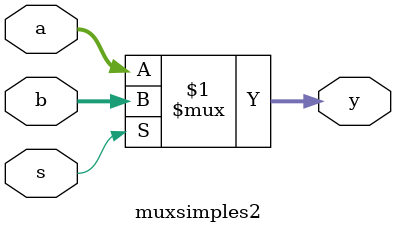
<source format=v>
module muxsimples2 (a, b, s, y);
    input [1:0] a, b;
    input s;
    output [1:0] y;

    assign y = s ? b: a;
    
endmodule
</source>
